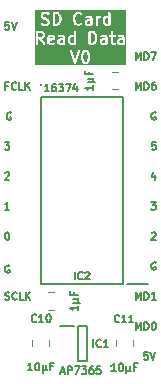
<source format=gto>
%TF.GenerationSoftware,KiCad,Pcbnew,8.0.4*%
%TF.CreationDate,2024-08-13T15:14:42+02:00*%
%TF.ProjectId,SD Card Read Data,53442043-6172-4642-9052-656164204461,V0*%
%TF.SameCoordinates,PX54c81a0PY37b6b20*%
%TF.FileFunction,Legend,Top*%
%TF.FilePolarity,Positive*%
%FSLAX46Y46*%
G04 Gerber Fmt 4.6, Leading zero omitted, Abs format (unit mm)*
G04 Created by KiCad (PCBNEW 8.0.4) date 2024-08-13 15:14:42*
%MOMM*%
%LPD*%
G01*
G04 APERTURE LIST*
%ADD10C,0.150000*%
%ADD11C,0.200000*%
%ADD12C,0.120000*%
G04 APERTURE END LIST*
D10*
X13974125Y-9810963D02*
X13671744Y-9810963D01*
X13671744Y-9810963D02*
X13641506Y-10113344D01*
X13641506Y-10113344D02*
X13671744Y-10083105D01*
X13671744Y-10083105D02*
X13732220Y-10052867D01*
X13732220Y-10052867D02*
X13883411Y-10052867D01*
X13883411Y-10052867D02*
X13943887Y-10083105D01*
X13943887Y-10083105D02*
X13974125Y-10113344D01*
X13974125Y-10113344D02*
X14004363Y-10173820D01*
X14004363Y-10173820D02*
X14004363Y-10325010D01*
X14004363Y-10325010D02*
X13974125Y-10385486D01*
X13974125Y-10385486D02*
X13943887Y-10415725D01*
X13943887Y-10415725D02*
X13883411Y-10445963D01*
X13883411Y-10445963D02*
X13732220Y-10445963D01*
X13732220Y-10445963D02*
X13671744Y-10415725D01*
X13671744Y-10415725D02*
X13641506Y-10385486D01*
X13611268Y-14890963D02*
X14004363Y-14890963D01*
X14004363Y-14890963D02*
X13792696Y-15132867D01*
X13792696Y-15132867D02*
X13883411Y-15132867D01*
X13883411Y-15132867D02*
X13943887Y-15163105D01*
X13943887Y-15163105D02*
X13974125Y-15193344D01*
X13974125Y-15193344D02*
X14004363Y-15253820D01*
X14004363Y-15253820D02*
X14004363Y-15405010D01*
X14004363Y-15405010D02*
X13974125Y-15465486D01*
X13974125Y-15465486D02*
X13943887Y-15495725D01*
X13943887Y-15495725D02*
X13883411Y-15525963D01*
X13883411Y-15525963D02*
X13701982Y-15525963D01*
X13701982Y-15525963D02*
X13641506Y-15495725D01*
X13641506Y-15495725D02*
X13611268Y-15465486D01*
X12311030Y-2825963D02*
X12311030Y-2190963D01*
X12311030Y-2190963D02*
X12522697Y-2644534D01*
X12522697Y-2644534D02*
X12734363Y-2190963D01*
X12734363Y-2190963D02*
X12734363Y-2825963D01*
X13036744Y-2825963D02*
X13036744Y-2190963D01*
X13036744Y-2190963D02*
X13187934Y-2190963D01*
X13187934Y-2190963D02*
X13278649Y-2221201D01*
X13278649Y-2221201D02*
X13339125Y-2281677D01*
X13339125Y-2281677D02*
X13369363Y-2342153D01*
X13369363Y-2342153D02*
X13399601Y-2463105D01*
X13399601Y-2463105D02*
X13399601Y-2553820D01*
X13399601Y-2553820D02*
X13369363Y-2674772D01*
X13369363Y-2674772D02*
X13339125Y-2735248D01*
X13339125Y-2735248D02*
X13278649Y-2795725D01*
X13278649Y-2795725D02*
X13187934Y-2825963D01*
X13187934Y-2825963D02*
X13036744Y-2825963D01*
X13611268Y-2190963D02*
X14034601Y-2190963D01*
X14034601Y-2190963D02*
X13762458Y-2825963D01*
X1568255Y349037D02*
X1265874Y349037D01*
X1265874Y349037D02*
X1235636Y46656D01*
X1235636Y46656D02*
X1265874Y76895D01*
X1265874Y76895D02*
X1326350Y107133D01*
X1326350Y107133D02*
X1477541Y107133D01*
X1477541Y107133D02*
X1538017Y76895D01*
X1538017Y76895D02*
X1568255Y46656D01*
X1568255Y46656D02*
X1598493Y-13820D01*
X1598493Y-13820D02*
X1598493Y-165010D01*
X1598493Y-165010D02*
X1568255Y-225486D01*
X1568255Y-225486D02*
X1538017Y-255725D01*
X1538017Y-255725D02*
X1477541Y-285963D01*
X1477541Y-285963D02*
X1326350Y-285963D01*
X1326350Y-285963D02*
X1265874Y-255725D01*
X1265874Y-255725D02*
X1235636Y-225486D01*
X1779922Y349037D02*
X1991588Y-285963D01*
X1991588Y-285963D02*
X2203255Y349037D01*
X12311030Y-23145963D02*
X12311030Y-22510963D01*
X12311030Y-22510963D02*
X12522697Y-22964534D01*
X12522697Y-22964534D02*
X12734363Y-22510963D01*
X12734363Y-22510963D02*
X12734363Y-23145963D01*
X13036744Y-23145963D02*
X13036744Y-22510963D01*
X13036744Y-22510963D02*
X13187934Y-22510963D01*
X13187934Y-22510963D02*
X13278649Y-22541201D01*
X13278649Y-22541201D02*
X13339125Y-22601677D01*
X13339125Y-22601677D02*
X13369363Y-22662153D01*
X13369363Y-22662153D02*
X13399601Y-22783105D01*
X13399601Y-22783105D02*
X13399601Y-22873820D01*
X13399601Y-22873820D02*
X13369363Y-22994772D01*
X13369363Y-22994772D02*
X13339125Y-23055248D01*
X13339125Y-23055248D02*
X13278649Y-23115725D01*
X13278649Y-23115725D02*
X13187934Y-23145963D01*
X13187934Y-23145963D02*
X13036744Y-23145963D01*
X14004363Y-23145963D02*
X13641506Y-23145963D01*
X13822934Y-23145963D02*
X13822934Y-22510963D01*
X13822934Y-22510963D02*
X13762458Y-22601677D01*
X13762458Y-22601677D02*
X13701982Y-22662153D01*
X13701982Y-22662153D02*
X13641506Y-22692391D01*
X1235636Y-23115725D02*
X1326350Y-23145963D01*
X1326350Y-23145963D02*
X1477541Y-23145963D01*
X1477541Y-23145963D02*
X1538017Y-23115725D01*
X1538017Y-23115725D02*
X1568255Y-23085486D01*
X1568255Y-23085486D02*
X1598493Y-23025010D01*
X1598493Y-23025010D02*
X1598493Y-22964534D01*
X1598493Y-22964534D02*
X1568255Y-22904058D01*
X1568255Y-22904058D02*
X1538017Y-22873820D01*
X1538017Y-22873820D02*
X1477541Y-22843582D01*
X1477541Y-22843582D02*
X1356588Y-22813344D01*
X1356588Y-22813344D02*
X1296112Y-22783105D01*
X1296112Y-22783105D02*
X1265874Y-22752867D01*
X1265874Y-22752867D02*
X1235636Y-22692391D01*
X1235636Y-22692391D02*
X1235636Y-22631915D01*
X1235636Y-22631915D02*
X1265874Y-22571439D01*
X1265874Y-22571439D02*
X1296112Y-22541201D01*
X1296112Y-22541201D02*
X1356588Y-22510963D01*
X1356588Y-22510963D02*
X1507779Y-22510963D01*
X1507779Y-22510963D02*
X1598493Y-22541201D01*
X2233493Y-23085486D02*
X2203255Y-23115725D01*
X2203255Y-23115725D02*
X2112541Y-23145963D01*
X2112541Y-23145963D02*
X2052065Y-23145963D01*
X2052065Y-23145963D02*
X1961350Y-23115725D01*
X1961350Y-23115725D02*
X1900874Y-23055248D01*
X1900874Y-23055248D02*
X1870636Y-22994772D01*
X1870636Y-22994772D02*
X1840398Y-22873820D01*
X1840398Y-22873820D02*
X1840398Y-22783105D01*
X1840398Y-22783105D02*
X1870636Y-22662153D01*
X1870636Y-22662153D02*
X1900874Y-22601677D01*
X1900874Y-22601677D02*
X1961350Y-22541201D01*
X1961350Y-22541201D02*
X2052065Y-22510963D01*
X2052065Y-22510963D02*
X2112541Y-22510963D01*
X2112541Y-22510963D02*
X2203255Y-22541201D01*
X2203255Y-22541201D02*
X2233493Y-22571439D01*
X2808017Y-23145963D02*
X2505636Y-23145963D01*
X2505636Y-23145963D02*
X2505636Y-22510963D01*
X3019684Y-23145963D02*
X3019684Y-22510963D01*
X3382541Y-23145963D02*
X3110398Y-22783105D01*
X3382541Y-22510963D02*
X3019684Y-22873820D01*
X13943887Y-12562629D02*
X13943887Y-12985963D01*
X13792696Y-12320725D02*
X13641506Y-12774296D01*
X13641506Y-12774296D02*
X14034601Y-12774296D01*
X12311030Y-25685963D02*
X12311030Y-25050963D01*
X12311030Y-25050963D02*
X12522697Y-25504534D01*
X12522697Y-25504534D02*
X12734363Y-25050963D01*
X12734363Y-25050963D02*
X12734363Y-25685963D01*
X13036744Y-25685963D02*
X13036744Y-25050963D01*
X13036744Y-25050963D02*
X13187934Y-25050963D01*
X13187934Y-25050963D02*
X13278649Y-25081201D01*
X13278649Y-25081201D02*
X13339125Y-25141677D01*
X13339125Y-25141677D02*
X13369363Y-25202153D01*
X13369363Y-25202153D02*
X13399601Y-25323105D01*
X13399601Y-25323105D02*
X13399601Y-25413820D01*
X13399601Y-25413820D02*
X13369363Y-25534772D01*
X13369363Y-25534772D02*
X13339125Y-25595248D01*
X13339125Y-25595248D02*
X13278649Y-25655725D01*
X13278649Y-25655725D02*
X13187934Y-25685963D01*
X13187934Y-25685963D02*
X13036744Y-25685963D01*
X13792696Y-25050963D02*
X13853173Y-25050963D01*
X13853173Y-25050963D02*
X13913649Y-25081201D01*
X13913649Y-25081201D02*
X13943887Y-25111439D01*
X13943887Y-25111439D02*
X13974125Y-25171915D01*
X13974125Y-25171915D02*
X14004363Y-25292867D01*
X14004363Y-25292867D02*
X14004363Y-25444058D01*
X14004363Y-25444058D02*
X13974125Y-25565010D01*
X13974125Y-25565010D02*
X13943887Y-25625486D01*
X13943887Y-25625486D02*
X13913649Y-25655725D01*
X13913649Y-25655725D02*
X13853173Y-25685963D01*
X13853173Y-25685963D02*
X13792696Y-25685963D01*
X13792696Y-25685963D02*
X13732220Y-25655725D01*
X13732220Y-25655725D02*
X13701982Y-25625486D01*
X13701982Y-25625486D02*
X13671744Y-25565010D01*
X13671744Y-25565010D02*
X13641506Y-25444058D01*
X13641506Y-25444058D02*
X13641506Y-25292867D01*
X13641506Y-25292867D02*
X13671744Y-25171915D01*
X13671744Y-25171915D02*
X13701982Y-25111439D01*
X13701982Y-25111439D02*
X13732220Y-25081201D01*
X13732220Y-25081201D02*
X13792696Y-25050963D01*
D11*
G36*
X8132192Y-2207968D02*
G01*
X8156861Y-2232636D01*
X8192314Y-2303543D01*
X8234285Y-2471424D01*
X8234285Y-2684900D01*
X8192314Y-2852781D01*
X8156861Y-2923687D01*
X8132192Y-2948357D01*
X8072583Y-2978163D01*
X8024559Y-2978163D01*
X7964949Y-2948358D01*
X7940282Y-2923690D01*
X7904827Y-2852781D01*
X7862857Y-2684900D01*
X7862857Y-2471425D01*
X7904827Y-2303543D01*
X7940281Y-2232636D01*
X7964949Y-2207967D01*
X8024559Y-2178163D01*
X8072583Y-2178163D01*
X8132192Y-2207968D01*
G37*
G36*
X5259749Y-923707D02*
G01*
X5277199Y-958607D01*
X5005714Y-1012904D01*
X5005714Y-968016D01*
X5027869Y-923706D01*
X5072178Y-901552D01*
X5215440Y-901552D01*
X5259749Y-923707D01*
G37*
G36*
X6139047Y-1358796D02*
G01*
X6120202Y-1368219D01*
X5929321Y-1368219D01*
X5885011Y-1346064D01*
X5862857Y-1301754D01*
X5862857Y-1253730D01*
X5885012Y-1209420D01*
X5929321Y-1187266D01*
X6139047Y-1187266D01*
X6139047Y-1358796D01*
G37*
G36*
X7043809Y-910974D02*
G01*
X7043809Y-1358796D01*
X7024964Y-1368219D01*
X6881702Y-1368219D01*
X6822092Y-1338414D01*
X6797425Y-1313746D01*
X6767619Y-1254134D01*
X6767619Y-1015635D01*
X6797424Y-956025D01*
X6822092Y-931356D01*
X6881702Y-901552D01*
X7024964Y-901552D01*
X7043809Y-910974D01*
G37*
G36*
X8708837Y-603240D02*
G01*
X8775910Y-670313D01*
X8811362Y-741218D01*
X8853333Y-909099D01*
X8853333Y-1027337D01*
X8811362Y-1195218D01*
X8775909Y-1266124D01*
X8708838Y-1333197D01*
X8603773Y-1368219D01*
X8481905Y-1368219D01*
X8481905Y-568219D01*
X8603773Y-568219D01*
X8708837Y-603240D01*
G37*
G36*
X9710476Y-1358796D02*
G01*
X9691631Y-1368219D01*
X9500750Y-1368219D01*
X9456440Y-1346064D01*
X9434286Y-1301754D01*
X9434286Y-1253730D01*
X9456441Y-1209420D01*
X9500750Y-1187266D01*
X9710476Y-1187266D01*
X9710476Y-1358796D01*
G37*
G36*
X11186667Y-1358796D02*
G01*
X11167822Y-1368219D01*
X10976941Y-1368219D01*
X10932631Y-1346064D01*
X10910477Y-1301754D01*
X10910477Y-1253730D01*
X10932632Y-1209420D01*
X10976941Y-1187266D01*
X11186667Y-1187266D01*
X11186667Y-1358796D01*
G37*
G36*
X4370287Y-598024D02*
G01*
X4394956Y-622692D01*
X4424761Y-682302D01*
X4424761Y-777945D01*
X4394956Y-837554D01*
X4370287Y-862222D01*
X4310678Y-892028D01*
X4053333Y-892028D01*
X4053333Y-568219D01*
X4310678Y-568219D01*
X4370287Y-598024D01*
G37*
G36*
X5685027Y1006704D02*
G01*
X5752100Y939631D01*
X5787552Y868726D01*
X5829523Y700845D01*
X5829523Y582607D01*
X5787552Y414726D01*
X5752099Y343820D01*
X5685028Y276747D01*
X5579963Y241725D01*
X5458095Y241725D01*
X5458095Y1041725D01*
X5579963Y1041725D01*
X5685027Y1006704D01*
G37*
G36*
X8448571Y251148D02*
G01*
X8429726Y241725D01*
X8238845Y241725D01*
X8194535Y263880D01*
X8172381Y308190D01*
X8172381Y356214D01*
X8194536Y400524D01*
X8238845Y422678D01*
X8448571Y422678D01*
X8448571Y251148D01*
G37*
G36*
X9972381Y698970D02*
G01*
X9972381Y251148D01*
X9953536Y241725D01*
X9810274Y241725D01*
X9750664Y271530D01*
X9725997Y296198D01*
X9696191Y355810D01*
X9696191Y594309D01*
X9725996Y653919D01*
X9750664Y678588D01*
X9810274Y708392D01*
X9953536Y708392D01*
X9972381Y698970D01*
G37*
G36*
X11497778Y-3289274D02*
G01*
X3742222Y-3289274D01*
X3742222Y-2090670D01*
X6711261Y-2090670D01*
X6715608Y-2109786D01*
X7048941Y-3109785D01*
X7056932Y-3127686D01*
X7061615Y-3133085D01*
X7064810Y-3139475D01*
X7074281Y-3147690D01*
X7082497Y-3157162D01*
X7088885Y-3160356D01*
X7094286Y-3165040D01*
X7106187Y-3169007D01*
X7117396Y-3174611D01*
X7124520Y-3175117D01*
X7131302Y-3177378D01*
X7143811Y-3176488D01*
X7156316Y-3177378D01*
X7163094Y-3175118D01*
X7170222Y-3174612D01*
X7181438Y-3169003D01*
X7193332Y-3165039D01*
X7198729Y-3160358D01*
X7205121Y-3157162D01*
X7213339Y-3147686D01*
X7222808Y-3139474D01*
X7226001Y-3133087D01*
X7230686Y-3127686D01*
X7238677Y-3109786D01*
X7455567Y-2459115D01*
X7662857Y-2459115D01*
X7662857Y-2697210D01*
X7663192Y-2700612D01*
X7662975Y-2702071D01*
X7664054Y-2709368D01*
X7664778Y-2716719D01*
X7665342Y-2718082D01*
X7665843Y-2721464D01*
X7713462Y-2911939D01*
X7713975Y-2913376D01*
X7714027Y-2914099D01*
X7717135Y-2922223D01*
X7720057Y-2930400D01*
X7720487Y-2930980D01*
X7721033Y-2932407D01*
X7768652Y-3027645D01*
X7773935Y-3036037D01*
X7774947Y-3038481D01*
X7777203Y-3041230D01*
X7779095Y-3044235D01*
X7781089Y-3045964D01*
X7787384Y-3053634D01*
X7835002Y-3101254D01*
X7842670Y-3107547D01*
X7844402Y-3109544D01*
X7847410Y-3111437D01*
X7850156Y-3113691D01*
X7852596Y-3114701D01*
X7860993Y-3119987D01*
X7956230Y-3167606D01*
X7974539Y-3174612D01*
X7978122Y-3174866D01*
X7981443Y-3176242D01*
X8000952Y-3178163D01*
X8096190Y-3178163D01*
X8115699Y-3176242D01*
X8119019Y-3174866D01*
X8122603Y-3174612D01*
X8140911Y-3167606D01*
X8236149Y-3119987D01*
X8244544Y-3114702D01*
X8246986Y-3113691D01*
X8249733Y-3111435D01*
X8252739Y-3109544D01*
X8254469Y-3107549D01*
X8262139Y-3101254D01*
X8309758Y-3053634D01*
X8316050Y-3045967D01*
X8318047Y-3044236D01*
X8319940Y-3041228D01*
X8322195Y-3038481D01*
X8323206Y-3036039D01*
X8328490Y-3027645D01*
X8376109Y-2932408D01*
X8376655Y-2930979D01*
X8377085Y-2930400D01*
X8380006Y-2922223D01*
X8383115Y-2914099D01*
X8383166Y-2913378D01*
X8383680Y-2911940D01*
X8431299Y-2721464D01*
X8431799Y-2718082D01*
X8432364Y-2716719D01*
X8433087Y-2709368D01*
X8434167Y-2702071D01*
X8433949Y-2700612D01*
X8434285Y-2697210D01*
X8434285Y-2459115D01*
X8433949Y-2455712D01*
X8434167Y-2454254D01*
X8433087Y-2446956D01*
X8432364Y-2439606D01*
X8431799Y-2438242D01*
X8431299Y-2434861D01*
X8383680Y-2244385D01*
X8383166Y-2242946D01*
X8383115Y-2242226D01*
X8380006Y-2234101D01*
X8377085Y-2225925D01*
X8376655Y-2225345D01*
X8376109Y-2223917D01*
X8328490Y-2128680D01*
X8323204Y-2120283D01*
X8322194Y-2117843D01*
X8319940Y-2115097D01*
X8318047Y-2112089D01*
X8316049Y-2110356D01*
X8309757Y-2102690D01*
X8262139Y-2055071D01*
X8254468Y-2048776D01*
X8252739Y-2046782D01*
X8249731Y-2044888D01*
X8246985Y-2042635D01*
X8244545Y-2041624D01*
X8236149Y-2036339D01*
X8140911Y-1988720D01*
X8122603Y-1981714D01*
X8119019Y-1981459D01*
X8115699Y-1980084D01*
X8096190Y-1978163D01*
X8000952Y-1978163D01*
X7981443Y-1980084D01*
X7978122Y-1981459D01*
X7974539Y-1981714D01*
X7956230Y-1988720D01*
X7860993Y-2036339D01*
X7852596Y-2041624D01*
X7850156Y-2042635D01*
X7847410Y-2044888D01*
X7844402Y-2046782D01*
X7842669Y-2048779D01*
X7835003Y-2055072D01*
X7787384Y-2102690D01*
X7781089Y-2110360D01*
X7779095Y-2112090D01*
X7777201Y-2115097D01*
X7774948Y-2117844D01*
X7773937Y-2120283D01*
X7768652Y-2128680D01*
X7721033Y-2223918D01*
X7720487Y-2225344D01*
X7720057Y-2225925D01*
X7717135Y-2234101D01*
X7714027Y-2242226D01*
X7713975Y-2242948D01*
X7713462Y-2244386D01*
X7665843Y-2434861D01*
X7665342Y-2438242D01*
X7664778Y-2439606D01*
X7664054Y-2446956D01*
X7662975Y-2454254D01*
X7663192Y-2455712D01*
X7662857Y-2459115D01*
X7455567Y-2459115D01*
X7572010Y-2109786D01*
X7576357Y-2090671D01*
X7573591Y-2051751D01*
X7556141Y-2016852D01*
X7526665Y-1991287D01*
X7489649Y-1978948D01*
X7450729Y-1981715D01*
X7415830Y-1999164D01*
X7390265Y-2028640D01*
X7382274Y-2046541D01*
X7143809Y-2761935D01*
X6905344Y-2046540D01*
X6897353Y-2028640D01*
X6871788Y-1999164D01*
X6836889Y-1981714D01*
X6797969Y-1978948D01*
X6760953Y-1991286D01*
X6731477Y-2016851D01*
X6714027Y-2051750D01*
X6711261Y-2090670D01*
X3742222Y-2090670D01*
X3742222Y-468219D01*
X3853333Y-468219D01*
X3853333Y-1468219D01*
X3855254Y-1487728D01*
X3870186Y-1523776D01*
X3897776Y-1551366D01*
X3933824Y-1566298D01*
X3972842Y-1566298D01*
X4008890Y-1551366D01*
X4036480Y-1523776D01*
X4051412Y-1487728D01*
X4053333Y-1468219D01*
X4053333Y-1092028D01*
X4139363Y-1092028D01*
X4442838Y-1525565D01*
X4455599Y-1540446D01*
X4488504Y-1561415D01*
X4526929Y-1568196D01*
X4565023Y-1559756D01*
X4596988Y-1537381D01*
X4617957Y-1504476D01*
X4624738Y-1466052D01*
X4616298Y-1427957D01*
X4606684Y-1410873D01*
X4376716Y-1082347D01*
X4379006Y-1081471D01*
X4474244Y-1033852D01*
X4482640Y-1028566D01*
X4485080Y-1027556D01*
X4487826Y-1025302D01*
X4490834Y-1023409D01*
X4492563Y-1021414D01*
X4500234Y-1015120D01*
X4547852Y-967501D01*
X4554144Y-959834D01*
X4556142Y-958102D01*
X4558035Y-955093D01*
X4560289Y-952348D01*
X4561299Y-949907D01*
X4564760Y-944409D01*
X4805714Y-944409D01*
X4805714Y-1325361D01*
X4807635Y-1344870D01*
X4809010Y-1348190D01*
X4809265Y-1351773D01*
X4816271Y-1370082D01*
X4863890Y-1465321D01*
X4865943Y-1468584D01*
X4866457Y-1470123D01*
X4868119Y-1472039D01*
X4874333Y-1481911D01*
X4883804Y-1490125D01*
X4892021Y-1499600D01*
X4901891Y-1505812D01*
X4903809Y-1507476D01*
X4905349Y-1507989D01*
X4908612Y-1510043D01*
X5003849Y-1557662D01*
X5022158Y-1564668D01*
X5025741Y-1564922D01*
X5029062Y-1566298D01*
X5048571Y-1568219D01*
X5239047Y-1568219D01*
X5258556Y-1566298D01*
X5261876Y-1564922D01*
X5265460Y-1564668D01*
X5283768Y-1557662D01*
X5379006Y-1510043D01*
X5395596Y-1499600D01*
X5421161Y-1470123D01*
X5433499Y-1433107D01*
X5430734Y-1394187D01*
X5413285Y-1359289D01*
X5383808Y-1333724D01*
X5346792Y-1321385D01*
X5307872Y-1324151D01*
X5289563Y-1331157D01*
X5215440Y-1368219D01*
X5072178Y-1368219D01*
X5027868Y-1346064D01*
X5005714Y-1301754D01*
X5005714Y-1230123D01*
X5662857Y-1230123D01*
X5662857Y-1325361D01*
X5664778Y-1344870D01*
X5666153Y-1348190D01*
X5666408Y-1351773D01*
X5673414Y-1370082D01*
X5721033Y-1465321D01*
X5723086Y-1468584D01*
X5723600Y-1470123D01*
X5725262Y-1472039D01*
X5731476Y-1481911D01*
X5740947Y-1490125D01*
X5749164Y-1499600D01*
X5759034Y-1505812D01*
X5760952Y-1507476D01*
X5762492Y-1507989D01*
X5765755Y-1510043D01*
X5860992Y-1557662D01*
X5879301Y-1564668D01*
X5882884Y-1564922D01*
X5886205Y-1566298D01*
X5905714Y-1568219D01*
X6143809Y-1568219D01*
X6163318Y-1566298D01*
X6166638Y-1564922D01*
X6170222Y-1564668D01*
X6188530Y-1557662D01*
X6193133Y-1555360D01*
X6219538Y-1566298D01*
X6258556Y-1566298D01*
X6294604Y-1551366D01*
X6322194Y-1523776D01*
X6337126Y-1487728D01*
X6339047Y-1468219D01*
X6339047Y-992028D01*
X6567619Y-992028D01*
X6567619Y-1277742D01*
X6569540Y-1297251D01*
X6570915Y-1300571D01*
X6571170Y-1304155D01*
X6578176Y-1322463D01*
X6625795Y-1417701D01*
X6631078Y-1426093D01*
X6632090Y-1428537D01*
X6634346Y-1431286D01*
X6636238Y-1434291D01*
X6638232Y-1436020D01*
X6644527Y-1443690D01*
X6692145Y-1491310D01*
X6699813Y-1497603D01*
X6701545Y-1499600D01*
X6704553Y-1501493D01*
X6707299Y-1503747D01*
X6709739Y-1504757D01*
X6718136Y-1510043D01*
X6813373Y-1557662D01*
X6831682Y-1564668D01*
X6835265Y-1564922D01*
X6838586Y-1566298D01*
X6858095Y-1568219D01*
X7048571Y-1568219D01*
X7068080Y-1566298D01*
X7071400Y-1564922D01*
X7074984Y-1564668D01*
X7093292Y-1557662D01*
X7097895Y-1555360D01*
X7124300Y-1566298D01*
X7163318Y-1566298D01*
X7199366Y-1551366D01*
X7226956Y-1523776D01*
X7241888Y-1487728D01*
X7243809Y-1468219D01*
X7243809Y-468219D01*
X8281905Y-468219D01*
X8281905Y-1468219D01*
X8283826Y-1487728D01*
X8298758Y-1523776D01*
X8326348Y-1551366D01*
X8362396Y-1566298D01*
X8381905Y-1568219D01*
X8620000Y-1568219D01*
X8629873Y-1567246D01*
X8632507Y-1567434D01*
X8635970Y-1566646D01*
X8639509Y-1566298D01*
X8641951Y-1565286D01*
X8651623Y-1563087D01*
X8794479Y-1515468D01*
X8812380Y-1507477D01*
X8815095Y-1505122D01*
X8818415Y-1503747D01*
X8833568Y-1491310D01*
X8928806Y-1396071D01*
X8935098Y-1388404D01*
X8937095Y-1386673D01*
X8938988Y-1383665D01*
X8941243Y-1380918D01*
X8942254Y-1378476D01*
X8947538Y-1370082D01*
X8995157Y-1274845D01*
X8995703Y-1273416D01*
X8996133Y-1272837D01*
X8999054Y-1264660D01*
X9002163Y-1256536D01*
X9002214Y-1255815D01*
X9002728Y-1254377D01*
X9008792Y-1230123D01*
X9234286Y-1230123D01*
X9234286Y-1325361D01*
X9236207Y-1344870D01*
X9237582Y-1348190D01*
X9237837Y-1351773D01*
X9244843Y-1370082D01*
X9292462Y-1465321D01*
X9294515Y-1468584D01*
X9295029Y-1470123D01*
X9296691Y-1472039D01*
X9302905Y-1481911D01*
X9312376Y-1490125D01*
X9320593Y-1499600D01*
X9330463Y-1505812D01*
X9332381Y-1507476D01*
X9333921Y-1507989D01*
X9337184Y-1510043D01*
X9432421Y-1557662D01*
X9450730Y-1564668D01*
X9454313Y-1564922D01*
X9457634Y-1566298D01*
X9477143Y-1568219D01*
X9715238Y-1568219D01*
X9734747Y-1566298D01*
X9738067Y-1564922D01*
X9741651Y-1564668D01*
X9759959Y-1557662D01*
X9764562Y-1555360D01*
X9790967Y-1566298D01*
X9829985Y-1566298D01*
X9866033Y-1551366D01*
X9893623Y-1523776D01*
X9908555Y-1487728D01*
X9910476Y-1468219D01*
X9910476Y-944409D01*
X9908555Y-924900D01*
X9907179Y-921579D01*
X9906925Y-917996D01*
X9899919Y-899687D01*
X9852300Y-804450D01*
X9850245Y-801186D01*
X9849733Y-799648D01*
X9848071Y-797732D01*
X9841857Y-787859D01*
X9835151Y-782043D01*
X10045731Y-782043D01*
X10045731Y-821061D01*
X10060663Y-857109D01*
X10088253Y-884699D01*
X10124301Y-899631D01*
X10143810Y-901552D01*
X10186667Y-901552D01*
X10186667Y-1325361D01*
X10188588Y-1344870D01*
X10189963Y-1348190D01*
X10190218Y-1351773D01*
X10197224Y-1370082D01*
X10244843Y-1465321D01*
X10246896Y-1468584D01*
X10247410Y-1470123D01*
X10249072Y-1472039D01*
X10255286Y-1481911D01*
X10264757Y-1490125D01*
X10272974Y-1499600D01*
X10282844Y-1505812D01*
X10284762Y-1507476D01*
X10286302Y-1507989D01*
X10289565Y-1510043D01*
X10384802Y-1557662D01*
X10403111Y-1564668D01*
X10406694Y-1564922D01*
X10410015Y-1566298D01*
X10429524Y-1568219D01*
X10524762Y-1568219D01*
X10544271Y-1566298D01*
X10580319Y-1551366D01*
X10607909Y-1523776D01*
X10622841Y-1487728D01*
X10622841Y-1448710D01*
X10607909Y-1412662D01*
X10580319Y-1385072D01*
X10544271Y-1370140D01*
X10524762Y-1368219D01*
X10453131Y-1368219D01*
X10408821Y-1346064D01*
X10386667Y-1301754D01*
X10386667Y-1230123D01*
X10710477Y-1230123D01*
X10710477Y-1325361D01*
X10712398Y-1344870D01*
X10713773Y-1348190D01*
X10714028Y-1351773D01*
X10721034Y-1370082D01*
X10768653Y-1465321D01*
X10770706Y-1468584D01*
X10771220Y-1470123D01*
X10772882Y-1472039D01*
X10779096Y-1481911D01*
X10788567Y-1490125D01*
X10796784Y-1499600D01*
X10806654Y-1505812D01*
X10808572Y-1507476D01*
X10810112Y-1507989D01*
X10813375Y-1510043D01*
X10908612Y-1557662D01*
X10926921Y-1564668D01*
X10930504Y-1564922D01*
X10933825Y-1566298D01*
X10953334Y-1568219D01*
X11191429Y-1568219D01*
X11210938Y-1566298D01*
X11214258Y-1564922D01*
X11217842Y-1564668D01*
X11236150Y-1557662D01*
X11240753Y-1555360D01*
X11267158Y-1566298D01*
X11306176Y-1566298D01*
X11342224Y-1551366D01*
X11369814Y-1523776D01*
X11384746Y-1487728D01*
X11386667Y-1468219D01*
X11386667Y-944409D01*
X11384746Y-924900D01*
X11383370Y-921579D01*
X11383116Y-917996D01*
X11376110Y-899687D01*
X11328491Y-804450D01*
X11326436Y-801186D01*
X11325924Y-799648D01*
X11324262Y-797732D01*
X11318048Y-787859D01*
X11308572Y-779641D01*
X11300359Y-770171D01*
X11290487Y-763957D01*
X11288571Y-762295D01*
X11287032Y-761781D01*
X11283769Y-759728D01*
X11188531Y-712109D01*
X11170223Y-705103D01*
X11166639Y-704848D01*
X11163319Y-703473D01*
X11143810Y-701552D01*
X10953334Y-701552D01*
X10933825Y-703473D01*
X10930504Y-704848D01*
X10926921Y-705103D01*
X10908612Y-712109D01*
X10813375Y-759728D01*
X10796784Y-770171D01*
X10771220Y-799648D01*
X10758881Y-836664D01*
X10761647Y-875584D01*
X10779096Y-910483D01*
X10808573Y-936047D01*
X10845589Y-948386D01*
X10884509Y-945620D01*
X10902817Y-938614D01*
X10976941Y-901552D01*
X11120203Y-901552D01*
X11164512Y-923707D01*
X11186667Y-968016D01*
X11186667Y-977843D01*
X11167822Y-987266D01*
X10953334Y-987266D01*
X10933825Y-989187D01*
X10930504Y-990562D01*
X10926921Y-990817D01*
X10908612Y-997823D01*
X10813375Y-1045442D01*
X10810111Y-1047496D01*
X10808573Y-1048009D01*
X10806657Y-1049670D01*
X10796784Y-1055885D01*
X10788566Y-1065360D01*
X10779096Y-1073574D01*
X10772882Y-1083445D01*
X10771220Y-1085362D01*
X10770706Y-1086900D01*
X10768653Y-1090164D01*
X10721034Y-1185402D01*
X10714028Y-1203710D01*
X10713773Y-1207293D01*
X10712398Y-1210614D01*
X10710477Y-1230123D01*
X10386667Y-1230123D01*
X10386667Y-901552D01*
X10524762Y-901552D01*
X10544271Y-899631D01*
X10580319Y-884699D01*
X10607909Y-857109D01*
X10622841Y-821061D01*
X10622841Y-782043D01*
X10607909Y-745995D01*
X10580319Y-718405D01*
X10544271Y-703473D01*
X10524762Y-701552D01*
X10386667Y-701552D01*
X10386667Y-468219D01*
X10384746Y-448710D01*
X10369814Y-412662D01*
X10342224Y-385072D01*
X10306176Y-370140D01*
X10267158Y-370140D01*
X10231110Y-385072D01*
X10203520Y-412662D01*
X10188588Y-448710D01*
X10186667Y-468219D01*
X10186667Y-701552D01*
X10143810Y-701552D01*
X10124301Y-703473D01*
X10088253Y-718405D01*
X10060663Y-745995D01*
X10045731Y-782043D01*
X9835151Y-782043D01*
X9832381Y-779641D01*
X9824168Y-770171D01*
X9814296Y-763957D01*
X9812380Y-762295D01*
X9810841Y-761781D01*
X9807578Y-759728D01*
X9712340Y-712109D01*
X9694032Y-705103D01*
X9690448Y-704848D01*
X9687128Y-703473D01*
X9667619Y-701552D01*
X9477143Y-701552D01*
X9457634Y-703473D01*
X9454313Y-704848D01*
X9450730Y-705103D01*
X9432421Y-712109D01*
X9337184Y-759728D01*
X9320593Y-770171D01*
X9295029Y-799648D01*
X9282690Y-836664D01*
X9285456Y-875584D01*
X9302905Y-910483D01*
X9332382Y-936047D01*
X9369398Y-948386D01*
X9408318Y-945620D01*
X9426626Y-938614D01*
X9500750Y-901552D01*
X9644012Y-901552D01*
X9688321Y-923707D01*
X9710476Y-968016D01*
X9710476Y-977843D01*
X9691631Y-987266D01*
X9477143Y-987266D01*
X9457634Y-989187D01*
X9454313Y-990562D01*
X9450730Y-990817D01*
X9432421Y-997823D01*
X9337184Y-1045442D01*
X9333920Y-1047496D01*
X9332382Y-1048009D01*
X9330466Y-1049670D01*
X9320593Y-1055885D01*
X9312375Y-1065360D01*
X9302905Y-1073574D01*
X9296691Y-1083445D01*
X9295029Y-1085362D01*
X9294515Y-1086900D01*
X9292462Y-1090164D01*
X9244843Y-1185402D01*
X9237837Y-1203710D01*
X9237582Y-1207293D01*
X9236207Y-1210614D01*
X9234286Y-1230123D01*
X9008792Y-1230123D01*
X9050347Y-1063901D01*
X9050847Y-1060519D01*
X9051412Y-1059156D01*
X9052135Y-1051805D01*
X9053215Y-1044508D01*
X9052997Y-1043049D01*
X9053333Y-1039647D01*
X9053333Y-896790D01*
X9052997Y-893387D01*
X9053215Y-891929D01*
X9052135Y-884631D01*
X9051412Y-877281D01*
X9050847Y-875917D01*
X9050347Y-872536D01*
X9002728Y-682060D01*
X9002214Y-680621D01*
X9002163Y-679901D01*
X8999054Y-671776D01*
X8996133Y-663600D01*
X8995703Y-663020D01*
X8995157Y-661592D01*
X8947538Y-566355D01*
X8942251Y-557956D01*
X8941242Y-555519D01*
X8938990Y-552775D01*
X8937095Y-549764D01*
X8935097Y-548031D01*
X8928806Y-540365D01*
X8833568Y-445127D01*
X8818414Y-432691D01*
X8815095Y-431316D01*
X8812380Y-428961D01*
X8794479Y-420970D01*
X8651623Y-373351D01*
X8641951Y-371151D01*
X8639509Y-370140D01*
X8635970Y-369791D01*
X8632507Y-369004D01*
X8629873Y-369191D01*
X8620000Y-368219D01*
X8381905Y-368219D01*
X8362396Y-370140D01*
X8326348Y-385072D01*
X8298758Y-412662D01*
X8283826Y-448710D01*
X8281905Y-468219D01*
X7243809Y-468219D01*
X7241888Y-448710D01*
X7226956Y-412662D01*
X7199366Y-385072D01*
X7163318Y-370140D01*
X7124300Y-370140D01*
X7088252Y-385072D01*
X7060662Y-412662D01*
X7045730Y-448710D01*
X7043809Y-468219D01*
X7043809Y-701552D01*
X6858095Y-701552D01*
X6838586Y-703473D01*
X6835265Y-704848D01*
X6831682Y-705103D01*
X6813373Y-712109D01*
X6718136Y-759728D01*
X6709739Y-765013D01*
X6707299Y-766024D01*
X6704553Y-768277D01*
X6701545Y-770171D01*
X6699812Y-772168D01*
X6692146Y-778461D01*
X6644527Y-826079D01*
X6638232Y-833749D01*
X6636238Y-835479D01*
X6634344Y-838486D01*
X6632091Y-841233D01*
X6631080Y-843672D01*
X6625795Y-852069D01*
X6578176Y-947307D01*
X6571170Y-965615D01*
X6570915Y-969198D01*
X6569540Y-972519D01*
X6567619Y-992028D01*
X6339047Y-992028D01*
X6339047Y-944409D01*
X6337126Y-924900D01*
X6335750Y-921579D01*
X6335496Y-917996D01*
X6328490Y-899687D01*
X6280871Y-804450D01*
X6278816Y-801186D01*
X6278304Y-799648D01*
X6276642Y-797732D01*
X6270428Y-787859D01*
X6260952Y-779641D01*
X6252739Y-770171D01*
X6242867Y-763957D01*
X6240951Y-762295D01*
X6239412Y-761781D01*
X6236149Y-759728D01*
X6140911Y-712109D01*
X6122603Y-705103D01*
X6119019Y-704848D01*
X6115699Y-703473D01*
X6096190Y-701552D01*
X5905714Y-701552D01*
X5886205Y-703473D01*
X5882884Y-704848D01*
X5879301Y-705103D01*
X5860992Y-712109D01*
X5765755Y-759728D01*
X5749164Y-770171D01*
X5723600Y-799648D01*
X5711261Y-836664D01*
X5714027Y-875584D01*
X5731476Y-910483D01*
X5760953Y-936047D01*
X5797969Y-948386D01*
X5836889Y-945620D01*
X5855197Y-938614D01*
X5929321Y-901552D01*
X6072583Y-901552D01*
X6116892Y-923707D01*
X6139047Y-968016D01*
X6139047Y-977843D01*
X6120202Y-987266D01*
X5905714Y-987266D01*
X5886205Y-989187D01*
X5882884Y-990562D01*
X5879301Y-990817D01*
X5860992Y-997823D01*
X5765755Y-1045442D01*
X5762491Y-1047496D01*
X5760953Y-1048009D01*
X5759037Y-1049670D01*
X5749164Y-1055885D01*
X5740946Y-1065360D01*
X5731476Y-1073574D01*
X5725262Y-1083445D01*
X5723600Y-1085362D01*
X5723086Y-1086900D01*
X5721033Y-1090164D01*
X5673414Y-1185402D01*
X5666408Y-1203710D01*
X5666153Y-1207293D01*
X5664778Y-1210614D01*
X5662857Y-1230123D01*
X5005714Y-1230123D01*
X5005714Y-1216865D01*
X5401410Y-1137726D01*
X5401413Y-1137726D01*
X5401415Y-1137724D01*
X5401515Y-1137705D01*
X5420269Y-1131995D01*
X5428409Y-1126543D01*
X5437461Y-1122794D01*
X5444462Y-1115792D01*
X5452688Y-1110284D01*
X5458122Y-1102132D01*
X5465051Y-1095204D01*
X5468840Y-1086056D01*
X5474332Y-1077819D01*
X5476233Y-1068208D01*
X5479983Y-1059156D01*
X5481904Y-1039647D01*
X5481904Y-944409D01*
X5479983Y-924900D01*
X5478607Y-921579D01*
X5478353Y-917996D01*
X5471347Y-899687D01*
X5423728Y-804450D01*
X5421673Y-801186D01*
X5421161Y-799648D01*
X5419499Y-797732D01*
X5413285Y-787859D01*
X5403809Y-779641D01*
X5395596Y-770171D01*
X5385724Y-763957D01*
X5383808Y-762295D01*
X5382269Y-761781D01*
X5379006Y-759728D01*
X5283768Y-712109D01*
X5265460Y-705103D01*
X5261876Y-704848D01*
X5258556Y-703473D01*
X5239047Y-701552D01*
X5048571Y-701552D01*
X5029062Y-703473D01*
X5025741Y-704848D01*
X5022158Y-705103D01*
X5003849Y-712109D01*
X4908612Y-759728D01*
X4905348Y-761782D01*
X4903810Y-762295D01*
X4901894Y-763956D01*
X4892021Y-770171D01*
X4883803Y-779646D01*
X4874333Y-787860D01*
X4868119Y-797731D01*
X4866457Y-799648D01*
X4865943Y-801186D01*
X4863890Y-804450D01*
X4816271Y-899688D01*
X4809265Y-917996D01*
X4809010Y-921579D01*
X4807635Y-924900D01*
X4805714Y-944409D01*
X4564760Y-944409D01*
X4566585Y-941511D01*
X4614204Y-846274D01*
X4621210Y-827965D01*
X4621464Y-824381D01*
X4622840Y-821061D01*
X4624761Y-801552D01*
X4624761Y-658695D01*
X4622840Y-639186D01*
X4621464Y-635865D01*
X4621210Y-632282D01*
X4614204Y-613973D01*
X4566585Y-518736D01*
X4561299Y-510339D01*
X4560289Y-507899D01*
X4558035Y-505153D01*
X4556142Y-502145D01*
X4554144Y-500412D01*
X4547852Y-492746D01*
X4500234Y-445127D01*
X4492563Y-438832D01*
X4490834Y-436838D01*
X4487826Y-434944D01*
X4485080Y-432691D01*
X4482640Y-431680D01*
X4474244Y-426395D01*
X4379006Y-378776D01*
X4360698Y-371770D01*
X4357114Y-371515D01*
X4353794Y-370140D01*
X4334285Y-368219D01*
X3953333Y-368219D01*
X3933824Y-370140D01*
X3897776Y-385072D01*
X3870186Y-412662D01*
X3855254Y-448710D01*
X3853333Y-468219D01*
X3742222Y-468219D01*
X3742222Y951249D01*
X4258095Y951249D01*
X4258095Y856011D01*
X4260016Y836502D01*
X4261391Y833182D01*
X4261646Y829598D01*
X4268652Y811290D01*
X4316271Y716052D01*
X4321556Y707656D01*
X4322567Y705216D01*
X4324820Y702470D01*
X4326714Y699462D01*
X4328708Y697733D01*
X4335003Y690062D01*
X4382622Y642444D01*
X4390288Y636152D01*
X4392021Y634154D01*
X4395029Y632261D01*
X4397775Y630007D01*
X4400215Y628997D01*
X4408612Y623711D01*
X4503849Y576092D01*
X4505277Y575546D01*
X4505857Y575116D01*
X4514033Y572195D01*
X4522158Y569086D01*
X4522878Y569035D01*
X4524317Y568521D01*
X4704142Y523565D01*
X4775049Y488111D01*
X4799718Y463443D01*
X4829523Y403833D01*
X4829523Y355809D01*
X4799718Y296201D01*
X4775049Y271531D01*
X4715440Y241725D01*
X4517178Y241725D01*
X4389718Y284212D01*
X4370602Y288559D01*
X4331682Y285793D01*
X4296783Y268343D01*
X4271218Y238867D01*
X4258880Y201851D01*
X4261646Y162931D01*
X4279096Y128032D01*
X4308572Y102467D01*
X4326472Y94476D01*
X4469329Y46857D01*
X4479001Y44658D01*
X4481443Y43646D01*
X4484980Y43298D01*
X4488444Y42510D01*
X4491078Y42698D01*
X4500952Y41725D01*
X4739047Y41725D01*
X4758556Y43646D01*
X4761876Y45022D01*
X4765460Y45276D01*
X4783768Y52282D01*
X4879006Y99901D01*
X4887401Y105186D01*
X4889843Y106197D01*
X4892590Y108453D01*
X4895596Y110344D01*
X4897326Y112339D01*
X4904996Y118634D01*
X4952615Y166254D01*
X4958907Y173921D01*
X4960904Y175652D01*
X4962797Y178660D01*
X4965052Y181407D01*
X4966063Y183849D01*
X4971347Y192243D01*
X5018966Y287480D01*
X5025972Y305789D01*
X5026226Y309373D01*
X5027602Y312693D01*
X5029523Y332202D01*
X5029523Y427440D01*
X5027602Y446949D01*
X5026226Y450270D01*
X5025972Y453853D01*
X5018966Y472162D01*
X4971347Y567399D01*
X4966061Y575796D01*
X4965051Y578236D01*
X4962797Y580982D01*
X4960904Y583990D01*
X4958906Y585723D01*
X4952614Y593389D01*
X4904996Y641008D01*
X4897325Y647303D01*
X4895596Y649297D01*
X4892588Y651191D01*
X4889842Y653444D01*
X4887402Y654455D01*
X4879006Y659740D01*
X4783768Y707359D01*
X4782341Y707905D01*
X4781761Y708335D01*
X4773584Y711257D01*
X4765460Y714365D01*
X4764737Y714417D01*
X4763300Y714930D01*
X4583475Y759887D01*
X4512568Y795340D01*
X4487900Y820009D01*
X4458095Y879619D01*
X4458095Y927642D01*
X4487900Y987252D01*
X4512568Y1011921D01*
X4572178Y1041725D01*
X4770439Y1041725D01*
X4897900Y999238D01*
X4917015Y994891D01*
X4955935Y997657D01*
X4990834Y1015107D01*
X5016399Y1044583D01*
X5028738Y1081599D01*
X5025971Y1120519D01*
X5015368Y1141725D01*
X5258095Y1141725D01*
X5258095Y141725D01*
X5260016Y122216D01*
X5274948Y86168D01*
X5302538Y58578D01*
X5338586Y43646D01*
X5358095Y41725D01*
X5596190Y41725D01*
X5606063Y42698D01*
X5608697Y42510D01*
X5612160Y43298D01*
X5615699Y43646D01*
X5618141Y44658D01*
X5627813Y46857D01*
X5770669Y94476D01*
X5788570Y102467D01*
X5791285Y104822D01*
X5794605Y106197D01*
X5809758Y118634D01*
X5904996Y213873D01*
X5911288Y221540D01*
X5913285Y223271D01*
X5915178Y226279D01*
X5917433Y229026D01*
X5918444Y231468D01*
X5923728Y239862D01*
X5971347Y335099D01*
X5971893Y336528D01*
X5972323Y337107D01*
X5975244Y345284D01*
X5978353Y353408D01*
X5978404Y354129D01*
X5978918Y355567D01*
X6026537Y546043D01*
X6027037Y549425D01*
X6027602Y550788D01*
X6028325Y558139D01*
X6029405Y565436D01*
X6029187Y566895D01*
X6029523Y570297D01*
X6029523Y713154D01*
X6972381Y713154D01*
X6972381Y570297D01*
X6972716Y566895D01*
X6972499Y565436D01*
X6973578Y558139D01*
X6974302Y550788D01*
X6974866Y549425D01*
X6975367Y546043D01*
X7022986Y355568D01*
X7023499Y354131D01*
X7023551Y353408D01*
X7026659Y345284D01*
X7029581Y337107D01*
X7030011Y336527D01*
X7030557Y335100D01*
X7078176Y239862D01*
X7083458Y231470D01*
X7084471Y229026D01*
X7086727Y226277D01*
X7088619Y223272D01*
X7090613Y221543D01*
X7096908Y213873D01*
X7192146Y118633D01*
X7207299Y106197D01*
X7210618Y104822D01*
X7213334Y102467D01*
X7231234Y94476D01*
X7374091Y46857D01*
X7383763Y44658D01*
X7386205Y43646D01*
X7389742Y43298D01*
X7393206Y42510D01*
X7395840Y42698D01*
X7405714Y41725D01*
X7500952Y41725D01*
X7510825Y42698D01*
X7513459Y42510D01*
X7516922Y43298D01*
X7520461Y43646D01*
X7522903Y44658D01*
X7532575Y46857D01*
X7675431Y94476D01*
X7693332Y102467D01*
X7696047Y104822D01*
X7699367Y106197D01*
X7714520Y118634D01*
X7762139Y166254D01*
X7774576Y181407D01*
X7789507Y217456D01*
X7789506Y256474D01*
X7774575Y292522D01*
X7746984Y320112D01*
X7710936Y335043D01*
X7671918Y335042D01*
X7635870Y320111D01*
X7620716Y307674D01*
X7589789Y276747D01*
X7484725Y241725D01*
X7421940Y241725D01*
X7316875Y276747D01*
X7249805Y343817D01*
X7231803Y379821D01*
X7972381Y379821D01*
X7972381Y284583D01*
X7974302Y265074D01*
X7975677Y261754D01*
X7975932Y258171D01*
X7982938Y239862D01*
X8030557Y144623D01*
X8032610Y141360D01*
X8033124Y139821D01*
X8034786Y137905D01*
X8041000Y128033D01*
X8050471Y119819D01*
X8058688Y110344D01*
X8068558Y104132D01*
X8070476Y102468D01*
X8072016Y101955D01*
X8075279Y99901D01*
X8170516Y52282D01*
X8188825Y45276D01*
X8192408Y45022D01*
X8195729Y43646D01*
X8215238Y41725D01*
X8453333Y41725D01*
X8472842Y43646D01*
X8476162Y45022D01*
X8479746Y45276D01*
X8498054Y52282D01*
X8502657Y54584D01*
X8529062Y43646D01*
X8568080Y43646D01*
X8604128Y58578D01*
X8631718Y86168D01*
X8646650Y122216D01*
X8648571Y141725D01*
X8648571Y665535D01*
X8646650Y685044D01*
X8645274Y688365D01*
X8645020Y691948D01*
X8638014Y710257D01*
X8590395Y805494D01*
X8588570Y808392D01*
X8924762Y808392D01*
X8924762Y141725D01*
X8926683Y122216D01*
X8941615Y86168D01*
X8969205Y58578D01*
X9005253Y43646D01*
X9044271Y43646D01*
X9080319Y58578D01*
X9107909Y86168D01*
X9122841Y122216D01*
X9124762Y141725D01*
X9124762Y594309D01*
X9136566Y617916D01*
X9496191Y617916D01*
X9496191Y332202D01*
X9498112Y312693D01*
X9499487Y309373D01*
X9499742Y305789D01*
X9506748Y287481D01*
X9554367Y192243D01*
X9559650Y183851D01*
X9560662Y181407D01*
X9562918Y178658D01*
X9564810Y175653D01*
X9566804Y173924D01*
X9573099Y166254D01*
X9620717Y118634D01*
X9628385Y112341D01*
X9630117Y110344D01*
X9633125Y108451D01*
X9635871Y106197D01*
X9638311Y105187D01*
X9646708Y99901D01*
X9741945Y52282D01*
X9760254Y45276D01*
X9763837Y45022D01*
X9767158Y43646D01*
X9786667Y41725D01*
X9977143Y41725D01*
X9996652Y43646D01*
X9999972Y45022D01*
X10003556Y45276D01*
X10021864Y52282D01*
X10026467Y54584D01*
X10052872Y43646D01*
X10091890Y43646D01*
X10127938Y58578D01*
X10155528Y86168D01*
X10170460Y122216D01*
X10172381Y141725D01*
X10172381Y1141725D01*
X10170460Y1161234D01*
X10155528Y1197282D01*
X10127938Y1224872D01*
X10091890Y1239804D01*
X10052872Y1239804D01*
X10016824Y1224872D01*
X9989234Y1197282D01*
X9974302Y1161234D01*
X9972381Y1141725D01*
X9972381Y908392D01*
X9786667Y908392D01*
X9767158Y906471D01*
X9763837Y905096D01*
X9760254Y904841D01*
X9741945Y897835D01*
X9646708Y850216D01*
X9638311Y844931D01*
X9635871Y843920D01*
X9633125Y841667D01*
X9630117Y839773D01*
X9628384Y837776D01*
X9620718Y831483D01*
X9573099Y783865D01*
X9566804Y776195D01*
X9564810Y774465D01*
X9562916Y771458D01*
X9560663Y768711D01*
X9559652Y766272D01*
X9554367Y757875D01*
X9506748Y662637D01*
X9499742Y644329D01*
X9499487Y640746D01*
X9498112Y637425D01*
X9496191Y617916D01*
X9136566Y617916D01*
X9154567Y653919D01*
X9179235Y678588D01*
X9238845Y708392D01*
X9310476Y708392D01*
X9329985Y710313D01*
X9366033Y725245D01*
X9393623Y752835D01*
X9408555Y788883D01*
X9408555Y827901D01*
X9393623Y863949D01*
X9366033Y891539D01*
X9329985Y906471D01*
X9310476Y908392D01*
X9215238Y908392D01*
X9195729Y906471D01*
X9192408Y905096D01*
X9188825Y904841D01*
X9170516Y897835D01*
X9106187Y865671D01*
X9080319Y891539D01*
X9044271Y906471D01*
X9005253Y906471D01*
X8969205Y891539D01*
X8941615Y863949D01*
X8926683Y827901D01*
X8924762Y808392D01*
X8588570Y808392D01*
X8588340Y808758D01*
X8587828Y810296D01*
X8586166Y812212D01*
X8579952Y822085D01*
X8570476Y830303D01*
X8562263Y839773D01*
X8552391Y845987D01*
X8550475Y847649D01*
X8548936Y848163D01*
X8545673Y850216D01*
X8450435Y897835D01*
X8432127Y904841D01*
X8428543Y905096D01*
X8425223Y906471D01*
X8405714Y908392D01*
X8215238Y908392D01*
X8195729Y906471D01*
X8192408Y905096D01*
X8188825Y904841D01*
X8170516Y897835D01*
X8075279Y850216D01*
X8058688Y839773D01*
X8033124Y810296D01*
X8020785Y773280D01*
X8023551Y734360D01*
X8041000Y699461D01*
X8070477Y673897D01*
X8107493Y661558D01*
X8146413Y664324D01*
X8164721Y671330D01*
X8238845Y708392D01*
X8382107Y708392D01*
X8426416Y686237D01*
X8448571Y641928D01*
X8448571Y632101D01*
X8429726Y622678D01*
X8215238Y622678D01*
X8195729Y620757D01*
X8192408Y619382D01*
X8188825Y619127D01*
X8170516Y612121D01*
X8075279Y564502D01*
X8072015Y562448D01*
X8070477Y561935D01*
X8068561Y560274D01*
X8058688Y554059D01*
X8050470Y544584D01*
X8041000Y536370D01*
X8034786Y526499D01*
X8033124Y524582D01*
X8032610Y523044D01*
X8030557Y519780D01*
X7982938Y424542D01*
X7975932Y406234D01*
X7975677Y402651D01*
X7974302Y399330D01*
X7972381Y379821D01*
X7231803Y379821D01*
X7214351Y414726D01*
X7172381Y582607D01*
X7172381Y700844D01*
X7214351Y868726D01*
X7249804Y939632D01*
X7316876Y1006704D01*
X7421940Y1041725D01*
X7484725Y1041725D01*
X7589790Y1006704D01*
X7620717Y975777D01*
X7635870Y963340D01*
X7671919Y948409D01*
X7710937Y948409D01*
X7746985Y963340D01*
X7774575Y990930D01*
X7789506Y1026978D01*
X7789506Y1065996D01*
X7774575Y1102045D01*
X7762138Y1117198D01*
X7714520Y1164817D01*
X7699366Y1177253D01*
X7696047Y1178628D01*
X7693332Y1180983D01*
X7675431Y1188974D01*
X7532575Y1236593D01*
X7522903Y1238793D01*
X7520461Y1239804D01*
X7516922Y1240153D01*
X7513459Y1240940D01*
X7510825Y1240753D01*
X7500952Y1241725D01*
X7405714Y1241725D01*
X7395840Y1240753D01*
X7393206Y1240940D01*
X7389742Y1240153D01*
X7386205Y1239804D01*
X7383763Y1238793D01*
X7374091Y1236593D01*
X7231234Y1188974D01*
X7213334Y1180983D01*
X7210618Y1178628D01*
X7207300Y1177253D01*
X7192146Y1164817D01*
X7096908Y1069579D01*
X7090613Y1061909D01*
X7088619Y1060179D01*
X7086725Y1057172D01*
X7084472Y1054425D01*
X7083461Y1051986D01*
X7078176Y1043589D01*
X7030557Y948351D01*
X7030011Y946925D01*
X7029581Y946344D01*
X7026659Y938168D01*
X7023551Y930043D01*
X7023499Y929321D01*
X7022986Y927883D01*
X6975367Y737408D01*
X6974866Y734027D01*
X6974302Y732663D01*
X6973578Y725313D01*
X6972499Y718015D01*
X6972716Y716557D01*
X6972381Y713154D01*
X6029523Y713154D01*
X6029187Y716557D01*
X6029405Y718015D01*
X6028325Y725313D01*
X6027602Y732663D01*
X6027037Y734027D01*
X6026537Y737408D01*
X5978918Y927884D01*
X5978404Y929323D01*
X5978353Y930043D01*
X5975244Y938168D01*
X5972323Y946344D01*
X5971893Y946924D01*
X5971347Y948352D01*
X5923728Y1043589D01*
X5918441Y1051988D01*
X5917432Y1054425D01*
X5915180Y1057169D01*
X5913285Y1060180D01*
X5911287Y1061913D01*
X5904996Y1069579D01*
X5809758Y1164817D01*
X5794604Y1177253D01*
X5791285Y1178628D01*
X5788570Y1180983D01*
X5770669Y1188974D01*
X5627813Y1236593D01*
X5618141Y1238793D01*
X5615699Y1239804D01*
X5612160Y1240153D01*
X5608697Y1240940D01*
X5606063Y1240753D01*
X5596190Y1241725D01*
X5358095Y1241725D01*
X5338586Y1239804D01*
X5302538Y1224872D01*
X5274948Y1197282D01*
X5260016Y1161234D01*
X5258095Y1141725D01*
X5015368Y1141725D01*
X5008522Y1155418D01*
X4979046Y1180983D01*
X4961145Y1188974D01*
X4818289Y1236593D01*
X4808617Y1238793D01*
X4806175Y1239804D01*
X4802636Y1240153D01*
X4799173Y1240940D01*
X4796539Y1240753D01*
X4786666Y1241725D01*
X4548571Y1241725D01*
X4529062Y1239804D01*
X4525741Y1238429D01*
X4522158Y1238174D01*
X4503849Y1231168D01*
X4408612Y1183549D01*
X4400215Y1178264D01*
X4397775Y1177253D01*
X4395029Y1175000D01*
X4392021Y1173106D01*
X4390288Y1171109D01*
X4382622Y1164816D01*
X4335003Y1117198D01*
X4328708Y1109528D01*
X4326714Y1107798D01*
X4324820Y1104791D01*
X4322567Y1102044D01*
X4321556Y1099605D01*
X4316271Y1091208D01*
X4268652Y995970D01*
X4261646Y977662D01*
X4261391Y974079D01*
X4260016Y970758D01*
X4258095Y951249D01*
X3742222Y951249D01*
X3742222Y1352836D01*
X11497778Y1352836D01*
X11497778Y-3289274D01*
G37*
D10*
X12311030Y-5365963D02*
X12311030Y-4730963D01*
X12311030Y-4730963D02*
X12522697Y-5184534D01*
X12522697Y-5184534D02*
X12734363Y-4730963D01*
X12734363Y-4730963D02*
X12734363Y-5365963D01*
X13036744Y-5365963D02*
X13036744Y-4730963D01*
X13036744Y-4730963D02*
X13187934Y-4730963D01*
X13187934Y-4730963D02*
X13278649Y-4761201D01*
X13278649Y-4761201D02*
X13339125Y-4821677D01*
X13339125Y-4821677D02*
X13369363Y-4882153D01*
X13369363Y-4882153D02*
X13399601Y-5003105D01*
X13399601Y-5003105D02*
X13399601Y-5093820D01*
X13399601Y-5093820D02*
X13369363Y-5214772D01*
X13369363Y-5214772D02*
X13339125Y-5275248D01*
X13339125Y-5275248D02*
X13278649Y-5335725D01*
X13278649Y-5335725D02*
X13187934Y-5365963D01*
X13187934Y-5365963D02*
X13036744Y-5365963D01*
X13943887Y-4730963D02*
X13822934Y-4730963D01*
X13822934Y-4730963D02*
X13762458Y-4761201D01*
X13762458Y-4761201D02*
X13732220Y-4791439D01*
X13732220Y-4791439D02*
X13671744Y-4882153D01*
X13671744Y-4882153D02*
X13641506Y-5003105D01*
X13641506Y-5003105D02*
X13641506Y-5245010D01*
X13641506Y-5245010D02*
X13671744Y-5305486D01*
X13671744Y-5305486D02*
X13701982Y-5335725D01*
X13701982Y-5335725D02*
X13762458Y-5365963D01*
X13762458Y-5365963D02*
X13883411Y-5365963D01*
X13883411Y-5365963D02*
X13943887Y-5335725D01*
X13943887Y-5335725D02*
X13974125Y-5305486D01*
X13974125Y-5305486D02*
X14004363Y-5245010D01*
X14004363Y-5245010D02*
X14004363Y-5093820D01*
X14004363Y-5093820D02*
X13974125Y-5033344D01*
X13974125Y-5033344D02*
X13943887Y-5003105D01*
X13943887Y-5003105D02*
X13883411Y-4972867D01*
X13883411Y-4972867D02*
X13762458Y-4972867D01*
X13762458Y-4972867D02*
X13701982Y-5003105D01*
X13701982Y-5003105D02*
X13671744Y-5033344D01*
X13671744Y-5033344D02*
X13641506Y-5093820D01*
X13974125Y-7301201D02*
X13913649Y-7270963D01*
X13913649Y-7270963D02*
X13822935Y-7270963D01*
X13822935Y-7270963D02*
X13732220Y-7301201D01*
X13732220Y-7301201D02*
X13671744Y-7361677D01*
X13671744Y-7361677D02*
X13641506Y-7422153D01*
X13641506Y-7422153D02*
X13611268Y-7543105D01*
X13611268Y-7543105D02*
X13611268Y-7633820D01*
X13611268Y-7633820D02*
X13641506Y-7754772D01*
X13641506Y-7754772D02*
X13671744Y-7815248D01*
X13671744Y-7815248D02*
X13732220Y-7875725D01*
X13732220Y-7875725D02*
X13822935Y-7905963D01*
X13822935Y-7905963D02*
X13883411Y-7905963D01*
X13883411Y-7905963D02*
X13974125Y-7875725D01*
X13974125Y-7875725D02*
X14004363Y-7845486D01*
X14004363Y-7845486D02*
X14004363Y-7633820D01*
X14004363Y-7633820D02*
X13883411Y-7633820D01*
X13641506Y-17491439D02*
X13671744Y-17461201D01*
X13671744Y-17461201D02*
X13732220Y-17430963D01*
X13732220Y-17430963D02*
X13883411Y-17430963D01*
X13883411Y-17430963D02*
X13943887Y-17461201D01*
X13943887Y-17461201D02*
X13974125Y-17491439D01*
X13974125Y-17491439D02*
X14004363Y-17551915D01*
X14004363Y-17551915D02*
X14004363Y-17612391D01*
X14004363Y-17612391D02*
X13974125Y-17703105D01*
X13974125Y-17703105D02*
X13611268Y-18065963D01*
X13611268Y-18065963D02*
X14004363Y-18065963D01*
X1598493Y-15525963D02*
X1235636Y-15525963D01*
X1417064Y-15525963D02*
X1417064Y-14890963D01*
X1417064Y-14890963D02*
X1356588Y-14981677D01*
X1356588Y-14981677D02*
X1296112Y-15042153D01*
X1296112Y-15042153D02*
X1235636Y-15072391D01*
X13974125Y-20001201D02*
X13913649Y-19970963D01*
X13913649Y-19970963D02*
X13822935Y-19970963D01*
X13822935Y-19970963D02*
X13732220Y-20001201D01*
X13732220Y-20001201D02*
X13671744Y-20061677D01*
X13671744Y-20061677D02*
X13641506Y-20122153D01*
X13641506Y-20122153D02*
X13611268Y-20243105D01*
X13611268Y-20243105D02*
X13611268Y-20333820D01*
X13611268Y-20333820D02*
X13641506Y-20454772D01*
X13641506Y-20454772D02*
X13671744Y-20515248D01*
X13671744Y-20515248D02*
X13732220Y-20575725D01*
X13732220Y-20575725D02*
X13822935Y-20605963D01*
X13822935Y-20605963D02*
X13883411Y-20605963D01*
X13883411Y-20605963D02*
X13974125Y-20575725D01*
X13974125Y-20575725D02*
X14004363Y-20545486D01*
X14004363Y-20545486D02*
X14004363Y-20333820D01*
X14004363Y-20333820D02*
X13883411Y-20333820D01*
X1598493Y-20255201D02*
X1538017Y-20224963D01*
X1538017Y-20224963D02*
X1447303Y-20224963D01*
X1447303Y-20224963D02*
X1356588Y-20255201D01*
X1356588Y-20255201D02*
X1296112Y-20315677D01*
X1296112Y-20315677D02*
X1265874Y-20376153D01*
X1265874Y-20376153D02*
X1235636Y-20497105D01*
X1235636Y-20497105D02*
X1235636Y-20587820D01*
X1235636Y-20587820D02*
X1265874Y-20708772D01*
X1265874Y-20708772D02*
X1296112Y-20769248D01*
X1296112Y-20769248D02*
X1356588Y-20829725D01*
X1356588Y-20829725D02*
X1447303Y-20859963D01*
X1447303Y-20859963D02*
X1507779Y-20859963D01*
X1507779Y-20859963D02*
X1598493Y-20829725D01*
X1598493Y-20829725D02*
X1628731Y-20799486D01*
X1628731Y-20799486D02*
X1628731Y-20587820D01*
X1628731Y-20587820D02*
X1507779Y-20587820D01*
X1205398Y-9810963D02*
X1598493Y-9810963D01*
X1598493Y-9810963D02*
X1386826Y-10052867D01*
X1386826Y-10052867D02*
X1477541Y-10052867D01*
X1477541Y-10052867D02*
X1538017Y-10083105D01*
X1538017Y-10083105D02*
X1568255Y-10113344D01*
X1568255Y-10113344D02*
X1598493Y-10173820D01*
X1598493Y-10173820D02*
X1598493Y-10325010D01*
X1598493Y-10325010D02*
X1568255Y-10385486D01*
X1568255Y-10385486D02*
X1538017Y-10415725D01*
X1538017Y-10415725D02*
X1477541Y-10445963D01*
X1477541Y-10445963D02*
X1296112Y-10445963D01*
X1296112Y-10445963D02*
X1235636Y-10415725D01*
X1235636Y-10415725D02*
X1205398Y-10385486D01*
X1725493Y-7301201D02*
X1665017Y-7270963D01*
X1665017Y-7270963D02*
X1574303Y-7270963D01*
X1574303Y-7270963D02*
X1483588Y-7301201D01*
X1483588Y-7301201D02*
X1423112Y-7361677D01*
X1423112Y-7361677D02*
X1392874Y-7422153D01*
X1392874Y-7422153D02*
X1362636Y-7543105D01*
X1362636Y-7543105D02*
X1362636Y-7633820D01*
X1362636Y-7633820D02*
X1392874Y-7754772D01*
X1392874Y-7754772D02*
X1423112Y-7815248D01*
X1423112Y-7815248D02*
X1483588Y-7875725D01*
X1483588Y-7875725D02*
X1574303Y-7905963D01*
X1574303Y-7905963D02*
X1634779Y-7905963D01*
X1634779Y-7905963D02*
X1725493Y-7875725D01*
X1725493Y-7875725D02*
X1755731Y-7845486D01*
X1755731Y-7845486D02*
X1755731Y-7633820D01*
X1755731Y-7633820D02*
X1634779Y-7633820D01*
X1235636Y-12411439D02*
X1265874Y-12381201D01*
X1265874Y-12381201D02*
X1326350Y-12350963D01*
X1326350Y-12350963D02*
X1477541Y-12350963D01*
X1477541Y-12350963D02*
X1538017Y-12381201D01*
X1538017Y-12381201D02*
X1568255Y-12411439D01*
X1568255Y-12411439D02*
X1598493Y-12471915D01*
X1598493Y-12471915D02*
X1598493Y-12532391D01*
X1598493Y-12532391D02*
X1568255Y-12623105D01*
X1568255Y-12623105D02*
X1205398Y-12985963D01*
X1205398Y-12985963D02*
X1598493Y-12985963D01*
X1386826Y-17430963D02*
X1447303Y-17430963D01*
X1447303Y-17430963D02*
X1507779Y-17461201D01*
X1507779Y-17461201D02*
X1538017Y-17491439D01*
X1538017Y-17491439D02*
X1568255Y-17551915D01*
X1568255Y-17551915D02*
X1598493Y-17672867D01*
X1598493Y-17672867D02*
X1598493Y-17824058D01*
X1598493Y-17824058D02*
X1568255Y-17945010D01*
X1568255Y-17945010D02*
X1538017Y-18005486D01*
X1538017Y-18005486D02*
X1507779Y-18035725D01*
X1507779Y-18035725D02*
X1447303Y-18065963D01*
X1447303Y-18065963D02*
X1386826Y-18065963D01*
X1386826Y-18065963D02*
X1326350Y-18035725D01*
X1326350Y-18035725D02*
X1296112Y-18005486D01*
X1296112Y-18005486D02*
X1265874Y-17945010D01*
X1265874Y-17945010D02*
X1235636Y-17824058D01*
X1235636Y-17824058D02*
X1235636Y-17672867D01*
X1235636Y-17672867D02*
X1265874Y-17551915D01*
X1265874Y-17551915D02*
X1296112Y-17491439D01*
X1296112Y-17491439D02*
X1326350Y-17461201D01*
X1326350Y-17461201D02*
X1386826Y-17430963D01*
X1477541Y-5033344D02*
X1265874Y-5033344D01*
X1265874Y-5365963D02*
X1265874Y-4730963D01*
X1265874Y-4730963D02*
X1568255Y-4730963D01*
X2173017Y-5305486D02*
X2142779Y-5335725D01*
X2142779Y-5335725D02*
X2052065Y-5365963D01*
X2052065Y-5365963D02*
X1991589Y-5365963D01*
X1991589Y-5365963D02*
X1900874Y-5335725D01*
X1900874Y-5335725D02*
X1840398Y-5275248D01*
X1840398Y-5275248D02*
X1810160Y-5214772D01*
X1810160Y-5214772D02*
X1779922Y-5093820D01*
X1779922Y-5093820D02*
X1779922Y-5003105D01*
X1779922Y-5003105D02*
X1810160Y-4882153D01*
X1810160Y-4882153D02*
X1840398Y-4821677D01*
X1840398Y-4821677D02*
X1900874Y-4761201D01*
X1900874Y-4761201D02*
X1991589Y-4730963D01*
X1991589Y-4730963D02*
X2052065Y-4730963D01*
X2052065Y-4730963D02*
X2142779Y-4761201D01*
X2142779Y-4761201D02*
X2173017Y-4791439D01*
X2747541Y-5365963D02*
X2445160Y-5365963D01*
X2445160Y-5365963D02*
X2445160Y-4730963D01*
X2959208Y-5365963D02*
X2959208Y-4730963D01*
X3322065Y-5365963D02*
X3049922Y-5003105D01*
X3322065Y-4730963D02*
X2959208Y-5093820D01*
X13302839Y-27590963D02*
X13000458Y-27590963D01*
X13000458Y-27590963D02*
X12970220Y-27893344D01*
X12970220Y-27893344D02*
X13000458Y-27863105D01*
X13000458Y-27863105D02*
X13060934Y-27832867D01*
X13060934Y-27832867D02*
X13212125Y-27832867D01*
X13212125Y-27832867D02*
X13272601Y-27863105D01*
X13272601Y-27863105D02*
X13302839Y-27893344D01*
X13302839Y-27893344D02*
X13333077Y-27953820D01*
X13333077Y-27953820D02*
X13333077Y-28105010D01*
X13333077Y-28105010D02*
X13302839Y-28165486D01*
X13302839Y-28165486D02*
X13272601Y-28195725D01*
X13272601Y-28195725D02*
X13212125Y-28225963D01*
X13212125Y-28225963D02*
X13060934Y-28225963D01*
X13060934Y-28225963D02*
X13000458Y-28195725D01*
X13000458Y-28195725D02*
X12970220Y-28165486D01*
X13514506Y-27590963D02*
X13726172Y-28225963D01*
X13726172Y-28225963D02*
X13937839Y-27590963D01*
X7397963Y-23664333D02*
X7397963Y-24027190D01*
X7397963Y-23845762D02*
X6762963Y-23845762D01*
X6762963Y-23845762D02*
X6853677Y-23906238D01*
X6853677Y-23906238D02*
X6914153Y-23966714D01*
X6914153Y-23966714D02*
X6944391Y-24027190D01*
X6974629Y-23392190D02*
X7609629Y-23392190D01*
X7307248Y-23089809D02*
X7367725Y-23059571D01*
X7367725Y-23059571D02*
X7397963Y-22999095D01*
X7307248Y-23392190D02*
X7367725Y-23361952D01*
X7367725Y-23361952D02*
X7397963Y-23301476D01*
X7397963Y-23301476D02*
X7397963Y-23180523D01*
X7397963Y-23180523D02*
X7367725Y-23120047D01*
X7367725Y-23120047D02*
X7307248Y-23089809D01*
X7307248Y-23089809D02*
X6974629Y-23089809D01*
X7065344Y-22515285D02*
X7065344Y-22726952D01*
X7397963Y-22726952D02*
X6762963Y-22726952D01*
X6762963Y-22726952D02*
X6762963Y-22424571D01*
X8667963Y-4995333D02*
X8667963Y-5358190D01*
X8667963Y-5176762D02*
X8032963Y-5176762D01*
X8032963Y-5176762D02*
X8123677Y-5237238D01*
X8123677Y-5237238D02*
X8184153Y-5297714D01*
X8184153Y-5297714D02*
X8214391Y-5358190D01*
X8244629Y-4723190D02*
X8879629Y-4723190D01*
X8577248Y-4420809D02*
X8637725Y-4390571D01*
X8637725Y-4390571D02*
X8667963Y-4330095D01*
X8577248Y-4723190D02*
X8637725Y-4692952D01*
X8637725Y-4692952D02*
X8667963Y-4632476D01*
X8667963Y-4632476D02*
X8667963Y-4511523D01*
X8667963Y-4511523D02*
X8637725Y-4451047D01*
X8637725Y-4451047D02*
X8577248Y-4420809D01*
X8577248Y-4420809D02*
X8244629Y-4420809D01*
X8335344Y-3846285D02*
X8335344Y-4057952D01*
X8667963Y-4057952D02*
X8032963Y-4057952D01*
X8032963Y-4057952D02*
X8032963Y-3755571D01*
X7128119Y-21430963D02*
X7128119Y-20795963D01*
X7793357Y-21370486D02*
X7763119Y-21400725D01*
X7763119Y-21400725D02*
X7672405Y-21430963D01*
X7672405Y-21430963D02*
X7611929Y-21430963D01*
X7611929Y-21430963D02*
X7521214Y-21400725D01*
X7521214Y-21400725D02*
X7460738Y-21340248D01*
X7460738Y-21340248D02*
X7430500Y-21279772D01*
X7430500Y-21279772D02*
X7400262Y-21158820D01*
X7400262Y-21158820D02*
X7400262Y-21068105D01*
X7400262Y-21068105D02*
X7430500Y-20947153D01*
X7430500Y-20947153D02*
X7460738Y-20886677D01*
X7460738Y-20886677D02*
X7521214Y-20826201D01*
X7521214Y-20826201D02*
X7611929Y-20795963D01*
X7611929Y-20795963D02*
X7672405Y-20795963D01*
X7672405Y-20795963D02*
X7763119Y-20826201D01*
X7763119Y-20826201D02*
X7793357Y-20856439D01*
X8035262Y-20856439D02*
X8065500Y-20826201D01*
X8065500Y-20826201D02*
X8125976Y-20795963D01*
X8125976Y-20795963D02*
X8277167Y-20795963D01*
X8277167Y-20795963D02*
X8337643Y-20826201D01*
X8337643Y-20826201D02*
X8367881Y-20856439D01*
X8367881Y-20856439D02*
X8398119Y-20916915D01*
X8398119Y-20916915D02*
X8398119Y-20977391D01*
X8398119Y-20977391D02*
X8367881Y-21068105D01*
X8367881Y-21068105D02*
X8005024Y-21430963D01*
X8005024Y-21430963D02*
X8398119Y-21430963D01*
X4360333Y-4857963D02*
X4299857Y-4978915D01*
X4965095Y-5492963D02*
X4602238Y-5492963D01*
X4783666Y-5492963D02*
X4783666Y-4857963D01*
X4783666Y-4857963D02*
X4723190Y-4948677D01*
X4723190Y-4948677D02*
X4662714Y-5009153D01*
X4662714Y-5009153D02*
X4602238Y-5039391D01*
X5509381Y-4857963D02*
X5388428Y-4857963D01*
X5388428Y-4857963D02*
X5327952Y-4888201D01*
X5327952Y-4888201D02*
X5297714Y-4918439D01*
X5297714Y-4918439D02*
X5237238Y-5009153D01*
X5237238Y-5009153D02*
X5207000Y-5130105D01*
X5207000Y-5130105D02*
X5207000Y-5372010D01*
X5207000Y-5372010D02*
X5237238Y-5432486D01*
X5237238Y-5432486D02*
X5267476Y-5462725D01*
X5267476Y-5462725D02*
X5327952Y-5492963D01*
X5327952Y-5492963D02*
X5448905Y-5492963D01*
X5448905Y-5492963D02*
X5509381Y-5462725D01*
X5509381Y-5462725D02*
X5539619Y-5432486D01*
X5539619Y-5432486D02*
X5569857Y-5372010D01*
X5569857Y-5372010D02*
X5569857Y-5220820D01*
X5569857Y-5220820D02*
X5539619Y-5160344D01*
X5539619Y-5160344D02*
X5509381Y-5130105D01*
X5509381Y-5130105D02*
X5448905Y-5099867D01*
X5448905Y-5099867D02*
X5327952Y-5099867D01*
X5327952Y-5099867D02*
X5267476Y-5130105D01*
X5267476Y-5130105D02*
X5237238Y-5160344D01*
X5237238Y-5160344D02*
X5207000Y-5220820D01*
X5781524Y-4857963D02*
X6174619Y-4857963D01*
X6174619Y-4857963D02*
X5962952Y-5099867D01*
X5962952Y-5099867D02*
X6053667Y-5099867D01*
X6053667Y-5099867D02*
X6114143Y-5130105D01*
X6114143Y-5130105D02*
X6144381Y-5160344D01*
X6144381Y-5160344D02*
X6174619Y-5220820D01*
X6174619Y-5220820D02*
X6174619Y-5372010D01*
X6174619Y-5372010D02*
X6144381Y-5432486D01*
X6144381Y-5432486D02*
X6114143Y-5462725D01*
X6114143Y-5462725D02*
X6053667Y-5492963D01*
X6053667Y-5492963D02*
X5872238Y-5492963D01*
X5872238Y-5492963D02*
X5811762Y-5462725D01*
X5811762Y-5462725D02*
X5781524Y-5432486D01*
X6386286Y-4857963D02*
X6809619Y-4857963D01*
X6809619Y-4857963D02*
X6537476Y-5492963D01*
X7323667Y-5069629D02*
X7323667Y-5492963D01*
X7172476Y-4827725D02*
X7021286Y-5281296D01*
X7021286Y-5281296D02*
X7414381Y-5281296D01*
X10894785Y-25008486D02*
X10864547Y-25038725D01*
X10864547Y-25038725D02*
X10773833Y-25068963D01*
X10773833Y-25068963D02*
X10713357Y-25068963D01*
X10713357Y-25068963D02*
X10622642Y-25038725D01*
X10622642Y-25038725D02*
X10562166Y-24978248D01*
X10562166Y-24978248D02*
X10531928Y-24917772D01*
X10531928Y-24917772D02*
X10501690Y-24796820D01*
X10501690Y-24796820D02*
X10501690Y-24706105D01*
X10501690Y-24706105D02*
X10531928Y-24585153D01*
X10531928Y-24585153D02*
X10562166Y-24524677D01*
X10562166Y-24524677D02*
X10622642Y-24464201D01*
X10622642Y-24464201D02*
X10713357Y-24433963D01*
X10713357Y-24433963D02*
X10773833Y-24433963D01*
X10773833Y-24433963D02*
X10864547Y-24464201D01*
X10864547Y-24464201D02*
X10894785Y-24494439D01*
X11499547Y-25068963D02*
X11136690Y-25068963D01*
X11318118Y-25068963D02*
X11318118Y-24433963D01*
X11318118Y-24433963D02*
X11257642Y-24524677D01*
X11257642Y-24524677D02*
X11197166Y-24585153D01*
X11197166Y-24585153D02*
X11136690Y-24615391D01*
X12104309Y-25068963D02*
X11741452Y-25068963D01*
X11922880Y-25068963D02*
X11922880Y-24433963D01*
X11922880Y-24433963D02*
X11862404Y-24524677D01*
X11862404Y-24524677D02*
X11801928Y-24585153D01*
X11801928Y-24585153D02*
X11741452Y-24615391D01*
X10607285Y-29175963D02*
X10244428Y-29175963D01*
X10425856Y-29175963D02*
X10425856Y-28540963D01*
X10425856Y-28540963D02*
X10365380Y-28631677D01*
X10365380Y-28631677D02*
X10304904Y-28692153D01*
X10304904Y-28692153D02*
X10244428Y-28722391D01*
X11000380Y-28540963D02*
X11060857Y-28540963D01*
X11060857Y-28540963D02*
X11121333Y-28571201D01*
X11121333Y-28571201D02*
X11151571Y-28601439D01*
X11151571Y-28601439D02*
X11181809Y-28661915D01*
X11181809Y-28661915D02*
X11212047Y-28782867D01*
X11212047Y-28782867D02*
X11212047Y-28934058D01*
X11212047Y-28934058D02*
X11181809Y-29055010D01*
X11181809Y-29055010D02*
X11151571Y-29115486D01*
X11151571Y-29115486D02*
X11121333Y-29145725D01*
X11121333Y-29145725D02*
X11060857Y-29175963D01*
X11060857Y-29175963D02*
X11000380Y-29175963D01*
X11000380Y-29175963D02*
X10939904Y-29145725D01*
X10939904Y-29145725D02*
X10909666Y-29115486D01*
X10909666Y-29115486D02*
X10879428Y-29055010D01*
X10879428Y-29055010D02*
X10849190Y-28934058D01*
X10849190Y-28934058D02*
X10849190Y-28782867D01*
X10849190Y-28782867D02*
X10879428Y-28661915D01*
X10879428Y-28661915D02*
X10909666Y-28601439D01*
X10909666Y-28601439D02*
X10939904Y-28571201D01*
X10939904Y-28571201D02*
X11000380Y-28540963D01*
X11484190Y-28752629D02*
X11484190Y-29387629D01*
X11786571Y-29085248D02*
X11816809Y-29145725D01*
X11816809Y-29145725D02*
X11877285Y-29175963D01*
X11484190Y-29085248D02*
X11514428Y-29145725D01*
X11514428Y-29145725D02*
X11574904Y-29175963D01*
X11574904Y-29175963D02*
X11695857Y-29175963D01*
X11695857Y-29175963D02*
X11756333Y-29145725D01*
X11756333Y-29145725D02*
X11786571Y-29085248D01*
X11786571Y-29085248D02*
X11786571Y-28752629D01*
X12361095Y-28843344D02*
X12149428Y-28843344D01*
X12149428Y-29175963D02*
X12149428Y-28540963D01*
X12149428Y-28540963D02*
X12451809Y-28540963D01*
X8681119Y-27143963D02*
X8681119Y-26508963D01*
X9346357Y-27083486D02*
X9316119Y-27113725D01*
X9316119Y-27113725D02*
X9225405Y-27143963D01*
X9225405Y-27143963D02*
X9164929Y-27143963D01*
X9164929Y-27143963D02*
X9074214Y-27113725D01*
X9074214Y-27113725D02*
X9013738Y-27053248D01*
X9013738Y-27053248D02*
X8983500Y-26992772D01*
X8983500Y-26992772D02*
X8953262Y-26871820D01*
X8953262Y-26871820D02*
X8953262Y-26781105D01*
X8953262Y-26781105D02*
X8983500Y-26660153D01*
X8983500Y-26660153D02*
X9013738Y-26599677D01*
X9013738Y-26599677D02*
X9074214Y-26539201D01*
X9074214Y-26539201D02*
X9164929Y-26508963D01*
X9164929Y-26508963D02*
X9225405Y-26508963D01*
X9225405Y-26508963D02*
X9316119Y-26539201D01*
X9316119Y-26539201D02*
X9346357Y-26569439D01*
X9951119Y-27143963D02*
X9588262Y-27143963D01*
X9769690Y-27143963D02*
X9769690Y-26508963D01*
X9769690Y-26508963D02*
X9709214Y-26599677D01*
X9709214Y-26599677D02*
X9648738Y-26660153D01*
X9648738Y-26660153D02*
X9588262Y-26690391D01*
X5971785Y-29248534D02*
X6274166Y-29248534D01*
X5911309Y-29429963D02*
X6122975Y-28794963D01*
X6122975Y-28794963D02*
X6334642Y-29429963D01*
X6546309Y-29429963D02*
X6546309Y-28794963D01*
X6546309Y-28794963D02*
X6788214Y-28794963D01*
X6788214Y-28794963D02*
X6848690Y-28825201D01*
X6848690Y-28825201D02*
X6878928Y-28855439D01*
X6878928Y-28855439D02*
X6909166Y-28915915D01*
X6909166Y-28915915D02*
X6909166Y-29006629D01*
X6909166Y-29006629D02*
X6878928Y-29067105D01*
X6878928Y-29067105D02*
X6848690Y-29097344D01*
X6848690Y-29097344D02*
X6788214Y-29127582D01*
X6788214Y-29127582D02*
X6546309Y-29127582D01*
X7120833Y-28794963D02*
X7544166Y-28794963D01*
X7544166Y-28794963D02*
X7272023Y-29429963D01*
X7725595Y-28794963D02*
X8118690Y-28794963D01*
X8118690Y-28794963D02*
X7907023Y-29036867D01*
X7907023Y-29036867D02*
X7997738Y-29036867D01*
X7997738Y-29036867D02*
X8058214Y-29067105D01*
X8058214Y-29067105D02*
X8088452Y-29097344D01*
X8088452Y-29097344D02*
X8118690Y-29157820D01*
X8118690Y-29157820D02*
X8118690Y-29309010D01*
X8118690Y-29309010D02*
X8088452Y-29369486D01*
X8088452Y-29369486D02*
X8058214Y-29399725D01*
X8058214Y-29399725D02*
X7997738Y-29429963D01*
X7997738Y-29429963D02*
X7816309Y-29429963D01*
X7816309Y-29429963D02*
X7755833Y-29399725D01*
X7755833Y-29399725D02*
X7725595Y-29369486D01*
X8662976Y-28794963D02*
X8542023Y-28794963D01*
X8542023Y-28794963D02*
X8481547Y-28825201D01*
X8481547Y-28825201D02*
X8451309Y-28855439D01*
X8451309Y-28855439D02*
X8390833Y-28946153D01*
X8390833Y-28946153D02*
X8360595Y-29067105D01*
X8360595Y-29067105D02*
X8360595Y-29309010D01*
X8360595Y-29309010D02*
X8390833Y-29369486D01*
X8390833Y-29369486D02*
X8421071Y-29399725D01*
X8421071Y-29399725D02*
X8481547Y-29429963D01*
X8481547Y-29429963D02*
X8602500Y-29429963D01*
X8602500Y-29429963D02*
X8662976Y-29399725D01*
X8662976Y-29399725D02*
X8693214Y-29369486D01*
X8693214Y-29369486D02*
X8723452Y-29309010D01*
X8723452Y-29309010D02*
X8723452Y-29157820D01*
X8723452Y-29157820D02*
X8693214Y-29097344D01*
X8693214Y-29097344D02*
X8662976Y-29067105D01*
X8662976Y-29067105D02*
X8602500Y-29036867D01*
X8602500Y-29036867D02*
X8481547Y-29036867D01*
X8481547Y-29036867D02*
X8421071Y-29067105D01*
X8421071Y-29067105D02*
X8390833Y-29097344D01*
X8390833Y-29097344D02*
X8360595Y-29157820D01*
X9297976Y-28794963D02*
X8995595Y-28794963D01*
X8995595Y-28794963D02*
X8965357Y-29097344D01*
X8965357Y-29097344D02*
X8995595Y-29067105D01*
X8995595Y-29067105D02*
X9056071Y-29036867D01*
X9056071Y-29036867D02*
X9207262Y-29036867D01*
X9207262Y-29036867D02*
X9267738Y-29067105D01*
X9267738Y-29067105D02*
X9297976Y-29097344D01*
X9297976Y-29097344D02*
X9328214Y-29157820D01*
X9328214Y-29157820D02*
X9328214Y-29309010D01*
X9328214Y-29309010D02*
X9297976Y-29369486D01*
X9297976Y-29369486D02*
X9267738Y-29399725D01*
X9267738Y-29399725D02*
X9207262Y-29429963D01*
X9207262Y-29429963D02*
X9056071Y-29429963D01*
X9056071Y-29429963D02*
X8995595Y-29399725D01*
X8995595Y-29399725D02*
X8965357Y-29369486D01*
X3877785Y-24958486D02*
X3847547Y-24988725D01*
X3847547Y-24988725D02*
X3756833Y-25018963D01*
X3756833Y-25018963D02*
X3696357Y-25018963D01*
X3696357Y-25018963D02*
X3605642Y-24988725D01*
X3605642Y-24988725D02*
X3545166Y-24928248D01*
X3545166Y-24928248D02*
X3514928Y-24867772D01*
X3514928Y-24867772D02*
X3484690Y-24746820D01*
X3484690Y-24746820D02*
X3484690Y-24656105D01*
X3484690Y-24656105D02*
X3514928Y-24535153D01*
X3514928Y-24535153D02*
X3545166Y-24474677D01*
X3545166Y-24474677D02*
X3605642Y-24414201D01*
X3605642Y-24414201D02*
X3696357Y-24383963D01*
X3696357Y-24383963D02*
X3756833Y-24383963D01*
X3756833Y-24383963D02*
X3847547Y-24414201D01*
X3847547Y-24414201D02*
X3877785Y-24444439D01*
X4482547Y-25018963D02*
X4119690Y-25018963D01*
X4301118Y-25018963D02*
X4301118Y-24383963D01*
X4301118Y-24383963D02*
X4240642Y-24474677D01*
X4240642Y-24474677D02*
X4180166Y-24535153D01*
X4180166Y-24535153D02*
X4119690Y-24565391D01*
X4875642Y-24383963D02*
X4936119Y-24383963D01*
X4936119Y-24383963D02*
X4996595Y-24414201D01*
X4996595Y-24414201D02*
X5026833Y-24444439D01*
X5026833Y-24444439D02*
X5057071Y-24504915D01*
X5057071Y-24504915D02*
X5087309Y-24625867D01*
X5087309Y-24625867D02*
X5087309Y-24777058D01*
X5087309Y-24777058D02*
X5057071Y-24898010D01*
X5057071Y-24898010D02*
X5026833Y-24958486D01*
X5026833Y-24958486D02*
X4996595Y-24988725D01*
X4996595Y-24988725D02*
X4936119Y-25018963D01*
X4936119Y-25018963D02*
X4875642Y-25018963D01*
X4875642Y-25018963D02*
X4815166Y-24988725D01*
X4815166Y-24988725D02*
X4784928Y-24958486D01*
X4784928Y-24958486D02*
X4754690Y-24898010D01*
X4754690Y-24898010D02*
X4724452Y-24777058D01*
X4724452Y-24777058D02*
X4724452Y-24625867D01*
X4724452Y-24625867D02*
X4754690Y-24504915D01*
X4754690Y-24504915D02*
X4784928Y-24444439D01*
X4784928Y-24444439D02*
X4815166Y-24414201D01*
X4815166Y-24414201D02*
X4875642Y-24383963D01*
X3533285Y-29125963D02*
X3170428Y-29125963D01*
X3351856Y-29125963D02*
X3351856Y-28490963D01*
X3351856Y-28490963D02*
X3291380Y-28581677D01*
X3291380Y-28581677D02*
X3230904Y-28642153D01*
X3230904Y-28642153D02*
X3170428Y-28672391D01*
X3926380Y-28490963D02*
X3986857Y-28490963D01*
X3986857Y-28490963D02*
X4047333Y-28521201D01*
X4047333Y-28521201D02*
X4077571Y-28551439D01*
X4077571Y-28551439D02*
X4107809Y-28611915D01*
X4107809Y-28611915D02*
X4138047Y-28732867D01*
X4138047Y-28732867D02*
X4138047Y-28884058D01*
X4138047Y-28884058D02*
X4107809Y-29005010D01*
X4107809Y-29005010D02*
X4077571Y-29065486D01*
X4077571Y-29065486D02*
X4047333Y-29095725D01*
X4047333Y-29095725D02*
X3986857Y-29125963D01*
X3986857Y-29125963D02*
X3926380Y-29125963D01*
X3926380Y-29125963D02*
X3865904Y-29095725D01*
X3865904Y-29095725D02*
X3835666Y-29065486D01*
X3835666Y-29065486D02*
X3805428Y-29005010D01*
X3805428Y-29005010D02*
X3775190Y-28884058D01*
X3775190Y-28884058D02*
X3775190Y-28732867D01*
X3775190Y-28732867D02*
X3805428Y-28611915D01*
X3805428Y-28611915D02*
X3835666Y-28551439D01*
X3835666Y-28551439D02*
X3865904Y-28521201D01*
X3865904Y-28521201D02*
X3926380Y-28490963D01*
X4410190Y-28702629D02*
X4410190Y-29337629D01*
X4712571Y-29035248D02*
X4742809Y-29095725D01*
X4742809Y-29095725D02*
X4803285Y-29125963D01*
X4410190Y-29035248D02*
X4440428Y-29095725D01*
X4440428Y-29095725D02*
X4500904Y-29125963D01*
X4500904Y-29125963D02*
X4621857Y-29125963D01*
X4621857Y-29125963D02*
X4682333Y-29095725D01*
X4682333Y-29095725D02*
X4712571Y-29035248D01*
X4712571Y-29035248D02*
X4712571Y-28702629D01*
X5287095Y-28793344D02*
X5075428Y-28793344D01*
X5075428Y-29125963D02*
X5075428Y-28490963D01*
X5075428Y-28490963D02*
X5377809Y-28490963D01*
D12*
%TO.C,C1*%
X4834748Y-22506000D02*
X5357252Y-22506000D01*
X4834748Y-23976000D02*
X5357252Y-23976000D01*
%TO.C,C4*%
X10786252Y-3837000D02*
X10263748Y-3837000D01*
X10786252Y-5307000D02*
X10263748Y-5307000D01*
D11*
%TO.C,IC2*%
X4298000Y-5968000D02*
X11198000Y-5968000D01*
X4298000Y-21844000D02*
X4298000Y-5968000D01*
X11198000Y-5968000D02*
X11198000Y-21844000D01*
X11198000Y-21844000D02*
X4298000Y-21844000D01*
X13348000Y-21775999D02*
X11548000Y-21776000D01*
D12*
%TO.C,C11*%
X10598000Y-27103252D02*
X10598000Y-26580748D01*
X12068000Y-27103252D02*
X12068000Y-26580748D01*
D11*
%TO.C,IC1*%
X5902000Y-25358000D02*
X7052000Y-25358000D01*
X7402000Y-25358000D02*
X8152000Y-25358000D01*
X7402000Y-28358000D02*
X7402000Y-25358000D01*
X8152000Y-25358000D02*
X8152000Y-28358000D01*
X8152000Y-28358000D02*
X7402000Y-28358000D01*
D12*
%TO.C,C10*%
X3524000Y-27053252D02*
X3524000Y-26530748D01*
X4994000Y-27053252D02*
X4994000Y-26530748D01*
%TD*%
M02*

</source>
